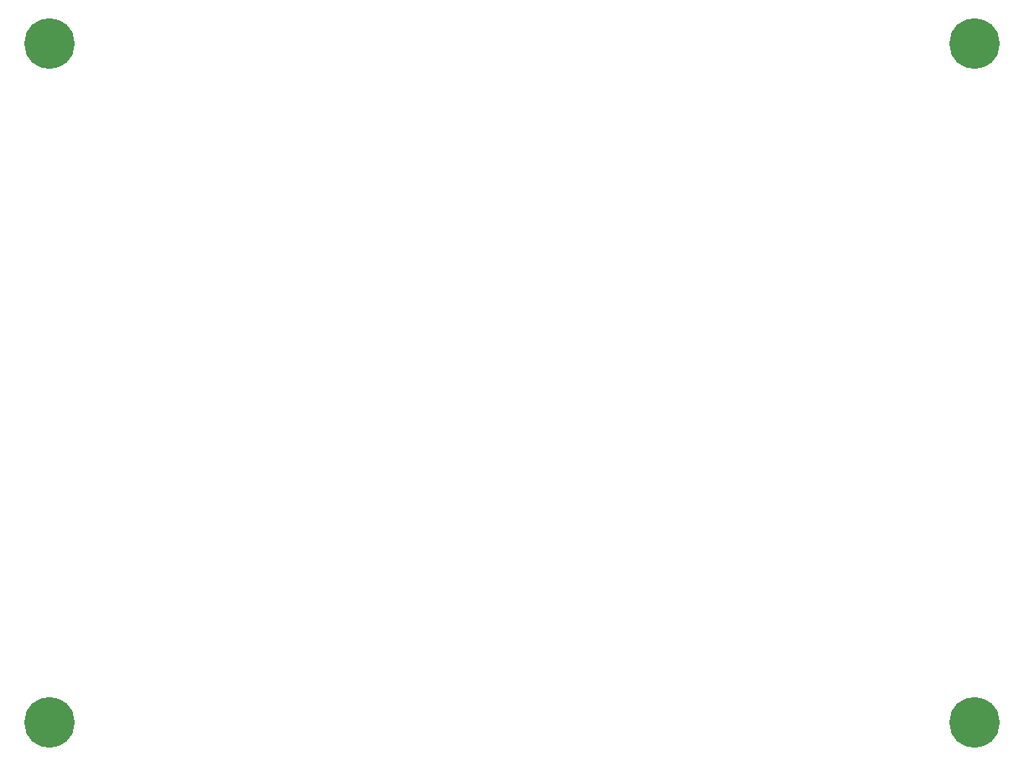
<source format=gts>
G04 #@! TF.GenerationSoftware,KiCad,Pcbnew,(5.1.8)-1*
G04 #@! TF.CreationDate,2021-01-26T21:32:48+01:00*
G04 #@! TF.ProjectId,C64 Joykey Faceplate B1,43363420-4a6f-4796-9b65-792046616365,rev?*
G04 #@! TF.SameCoordinates,Original*
G04 #@! TF.FileFunction,Soldermask,Top*
G04 #@! TF.FilePolarity,Negative*
%FSLAX46Y46*%
G04 Gerber Fmt 4.6, Leading zero omitted, Abs format (unit mm)*
G04 Created by KiCad (PCBNEW (5.1.8)-1) date 2021-01-26 21:32:48*
%MOMM*%
%LPD*%
G01*
G04 APERTURE LIST*
%ADD10C,5.100000*%
G04 APERTURE END LIST*
D10*
X144145000Y-154305000D03*
X237490000Y-154305000D03*
X237490000Y-85725000D03*
X144145000Y-85725000D03*
M02*

</source>
